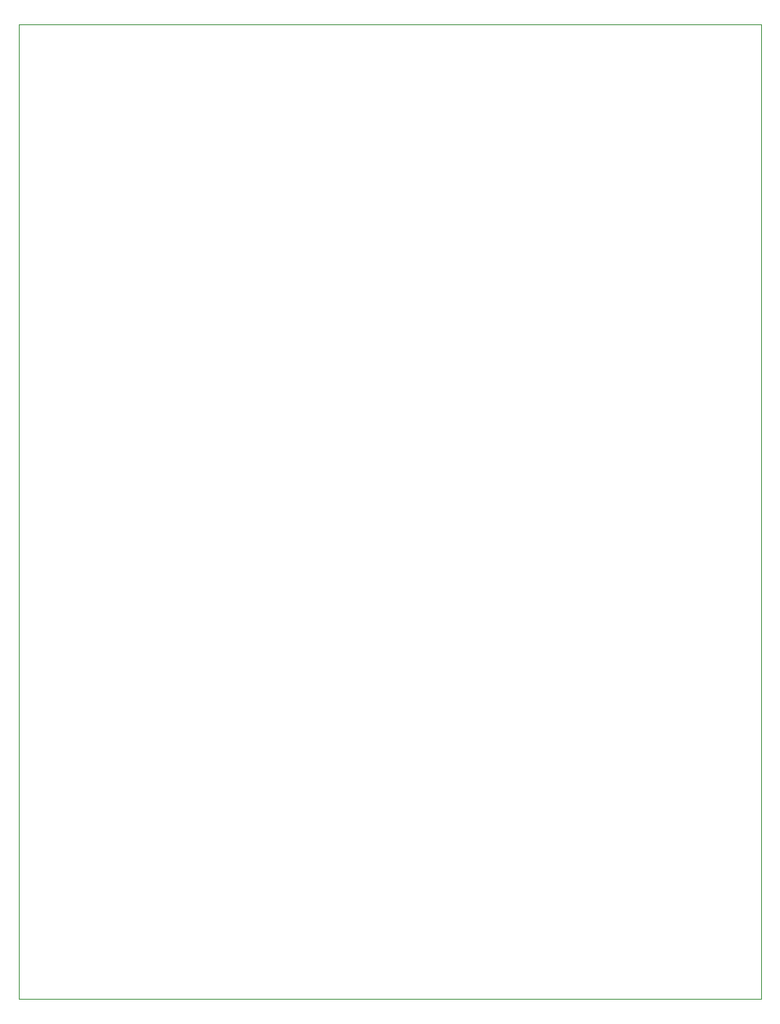
<source format=gbr>
%TF.GenerationSoftware,KiCad,Pcbnew,(7.0.0)*%
%TF.CreationDate,2023-03-16T19:41:22+00:00*%
%TF.ProjectId,RobotLegoController,526f626f-744c-4656-976f-436f6e74726f,REV A*%
%TF.SameCoordinates,Original*%
%TF.FileFunction,Profile,NP*%
%FSLAX46Y46*%
G04 Gerber Fmt 4.6, Leading zero omitted, Abs format (unit mm)*
G04 Created by KiCad (PCBNEW (7.0.0)) date 2023-03-16 19:41:22*
%MOMM*%
%LPD*%
G01*
G04 APERTURE LIST*
%TA.AperFunction,Profile*%
%ADD10C,0.100000*%
%TD*%
G04 APERTURE END LIST*
D10*
X130000000Y-34000000D02*
X130000000Y-139000000D01*
X210000000Y-139000000D02*
X210000000Y-34000000D01*
X130000000Y-139000000D02*
X210000000Y-139000000D01*
X210000000Y-34000000D02*
X130000000Y-34000000D01*
M02*

</source>
